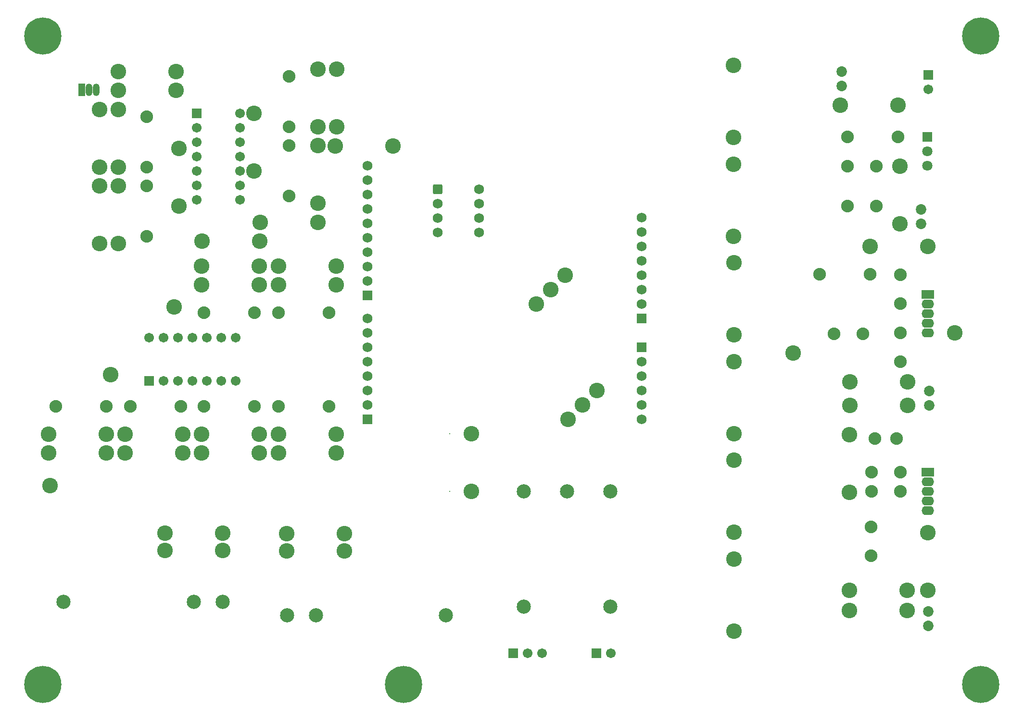
<source format=gts>
%FSAX24Y24*%
%MOIN*%
G70*
G01*
G75*
G04 Layer_Color=8388736*
%ADD10C,0.0350*%
%ADD11C,0.0600*%
%ADD12C,0.0500*%
%ADD13C,0.1000*%
%ADD14C,0.0800*%
%ADD15R,0.0591X0.0591*%
%ADD16C,0.0591*%
%ADD17R,0.0630X0.0630*%
%ADD18C,0.0630*%
%ADD19O,0.0787X0.0551*%
%ADD20R,0.0787X0.0551*%
%ADD21R,0.0600X0.0600*%
%ADD22C,0.0600*%
G04:AMPARAMS|DCode=23|XSize=60mil|YSize=60mil|CornerRadius=7.5mil|HoleSize=0mil|Usage=FLASHONLY|Rotation=0.000|XOffset=0mil|YOffset=0mil|HoleType=Round|Shape=RoundedRectangle|*
%AMROUNDEDRECTD23*
21,1,0.0600,0.0450,0,0,0.0*
21,1,0.0450,0.0600,0,0,0.0*
1,1,0.0150,0.0225,-0.0225*
1,1,0.0150,-0.0225,-0.0225*
1,1,0.0150,-0.0225,0.0225*
1,1,0.0150,0.0225,0.0225*
%
%ADD23ROUNDEDRECTD23*%
%ADD24C,0.0906*%
%ADD25O,0.0394X0.0787*%
%ADD26R,0.0394X0.0787*%
%ADD27R,0.0591X0.0591*%
%ADD28C,0.0650*%
%ADD29C,0.0591*%
%ADD30R,0.0591X0.0591*%
%ADD31R,0.0591X0.0591*%
%ADD32C,0.2500*%
%ADD33C,0.0450*%
%ADD34C,0.0800*%
%ADD35C,0.0100*%
%ADD36C,0.0098*%
%ADD37C,0.0050*%
%ADD38C,0.0079*%
%ADD39C,0.0040*%
%ADD40C,0.0060*%
%ADD41C,0.1080*%
%ADD42C,0.0880*%
%ADD43R,0.0671X0.0671*%
%ADD44C,0.0671*%
%ADD45R,0.0710X0.0710*%
%ADD46C,0.0710*%
%ADD47O,0.0867X0.0631*%
%ADD48R,0.0867X0.0631*%
%ADD49R,0.0680X0.0680*%
%ADD50C,0.0680*%
G04:AMPARAMS|DCode=51|XSize=68mil|YSize=68mil|CornerRadius=11.5mil|HoleSize=0mil|Usage=FLASHONLY|Rotation=0.000|XOffset=0mil|YOffset=0mil|HoleType=Round|Shape=RoundedRectangle|*
%AMROUNDEDRECTD51*
21,1,0.0680,0.0450,0,0,0.0*
21,1,0.0450,0.0680,0,0,0.0*
1,1,0.0230,0.0225,-0.0225*
1,1,0.0230,-0.0225,-0.0225*
1,1,0.0230,-0.0225,0.0225*
1,1,0.0230,0.0225,0.0225*
%
%ADD51ROUNDEDRECTD51*%
%ADD52C,0.0986*%
%ADD53O,0.0474X0.0867*%
%ADD54R,0.0474X0.0867*%
%ADD55R,0.0671X0.0671*%
%ADD56C,0.0730*%
%ADD57C,0.0080*%
%ADD58C,0.0671*%
%ADD59R,0.0671X0.0671*%
%ADD60R,0.0671X0.0671*%
%ADD61C,0.2580*%
D41*
X051060Y059390D02*
D03*
Y055390D02*
D03*
X047060Y054050D02*
D03*
X051060D02*
D03*
X056270Y059350D02*
D03*
X052270D02*
D03*
X046620Y057630D02*
D03*
Y061630D02*
D03*
X052360Y064690D02*
D03*
Y060690D02*
D03*
X043030Y052760D02*
D03*
X047030D02*
D03*
X051060Y060690D02*
D03*
Y064690D02*
D03*
X047003Y049730D02*
D03*
X043003D02*
D03*
Y051030D02*
D03*
X047003D02*
D03*
Y039350D02*
D03*
X043003D02*
D03*
Y038050D02*
D03*
X047003D02*
D03*
X048310Y051030D02*
D03*
X052310D02*
D03*
X048310Y038050D02*
D03*
X052310D02*
D03*
Y049730D02*
D03*
X048310D02*
D03*
X052310Y039350D02*
D03*
X048310D02*
D03*
X037697D02*
D03*
X041697D02*
D03*
Y038050D02*
D03*
X037697D02*
D03*
X036390D02*
D03*
X032390D02*
D03*
Y039350D02*
D03*
X036390D02*
D03*
X037210Y061890D02*
D03*
Y057890D02*
D03*
Y063230D02*
D03*
X041210D02*
D03*
X035910Y057890D02*
D03*
Y061890D02*
D03*
X041420Y055190D02*
D03*
Y059190D02*
D03*
X035910Y056590D02*
D03*
Y052590D02*
D03*
X041210Y064530D02*
D03*
X037210D02*
D03*
Y052590D02*
D03*
Y056590D02*
D03*
X087919Y042990D02*
D03*
X091919D02*
D03*
X087889Y028530D02*
D03*
X091889D02*
D03*
X079899Y051250D02*
D03*
Y046250D02*
D03*
X079849Y058100D02*
D03*
Y053100D02*
D03*
Y064950D02*
D03*
Y059950D02*
D03*
X079879Y030700D02*
D03*
Y025700D02*
D03*
Y037550D02*
D03*
Y032550D02*
D03*
Y044400D02*
D03*
Y039400D02*
D03*
X089319Y052400D02*
D03*
X093319D02*
D03*
X087889Y039310D02*
D03*
Y035310D02*
D03*
X093309Y032530D02*
D03*
Y028530D02*
D03*
X044450Y031300D02*
D03*
X040450D02*
D03*
X044450Y032500D02*
D03*
X040450D02*
D03*
X048900Y032470D02*
D03*
X052900D02*
D03*
X048900Y031270D02*
D03*
X052900D02*
D03*
X061700Y035400D02*
D03*
Y039400D02*
D03*
X091259Y062190D02*
D03*
X087259D02*
D03*
X087919Y041350D02*
D03*
X091919D02*
D03*
X091889Y027120D02*
D03*
X087889D02*
D03*
X091399Y057940D02*
D03*
Y053940D02*
D03*
X068200Y050400D02*
D03*
X067200Y049400D02*
D03*
X066200Y048400D02*
D03*
X070400Y042400D02*
D03*
X069400Y041400D02*
D03*
X068400Y040400D02*
D03*
X036700Y043500D02*
D03*
X095200Y046400D02*
D03*
X041100Y048200D02*
D03*
X084000Y045000D02*
D03*
X032500Y035800D02*
D03*
D42*
X049070Y059380D02*
D03*
Y055880D02*
D03*
Y060680D02*
D03*
Y064180D02*
D03*
X043157Y047780D02*
D03*
X046657D02*
D03*
X043157Y041300D02*
D03*
X046657D02*
D03*
X048320Y047780D02*
D03*
X051820D02*
D03*
X048320Y041300D02*
D03*
X051820D02*
D03*
X041543D02*
D03*
X038043D02*
D03*
X036380D02*
D03*
X032880D02*
D03*
X039200Y057900D02*
D03*
Y061400D02*
D03*
Y056600D02*
D03*
Y053100D02*
D03*
X087749Y059990D02*
D03*
X091249D02*
D03*
X089749Y057970D02*
D03*
X087749D02*
D03*
X089749Y055190D02*
D03*
X087749D02*
D03*
X091409Y046390D02*
D03*
Y044390D02*
D03*
X086829Y046320D02*
D03*
X088829D02*
D03*
X085819Y050460D02*
D03*
X089319D02*
D03*
X091409Y048430D02*
D03*
Y050430D02*
D03*
Y036720D02*
D03*
X089409D02*
D03*
X089639Y039060D02*
D03*
X091139D02*
D03*
X089399Y032920D02*
D03*
Y030920D02*
D03*
X089419Y035380D02*
D03*
X091419D02*
D03*
D43*
X093339Y064290D02*
D03*
D44*
Y063290D02*
D03*
X065600Y024150D02*
D03*
X066600D02*
D03*
X071370D02*
D03*
D45*
X093300Y059990D02*
D03*
D46*
Y058990D02*
D03*
Y057990D02*
D03*
D47*
X093319Y046391D02*
D03*
Y047061D02*
D03*
Y047730D02*
D03*
Y048399D02*
D03*
Y034041D02*
D03*
Y034711D02*
D03*
Y035380D02*
D03*
Y036049D02*
D03*
D48*
Y049069D02*
D03*
Y036719D02*
D03*
D49*
X073500Y045400D02*
D03*
X054500Y040400D02*
D03*
X073500Y047400D02*
D03*
X054500Y049000D02*
D03*
D50*
X073500Y044400D02*
D03*
Y043400D02*
D03*
Y042400D02*
D03*
Y041400D02*
D03*
Y040400D02*
D03*
X054500Y043400D02*
D03*
Y044400D02*
D03*
Y045400D02*
D03*
Y046400D02*
D03*
Y047400D02*
D03*
Y041400D02*
D03*
Y042400D02*
D03*
X073500Y050400D02*
D03*
Y051400D02*
D03*
Y052400D02*
D03*
Y053400D02*
D03*
Y054400D02*
D03*
Y048400D02*
D03*
Y049400D02*
D03*
X059340Y055340D02*
D03*
Y054340D02*
D03*
Y053340D02*
D03*
X062220D02*
D03*
Y054340D02*
D03*
Y055340D02*
D03*
Y056340D02*
D03*
X054500Y050000D02*
D03*
Y051000D02*
D03*
Y052000D02*
D03*
Y053000D02*
D03*
Y054000D02*
D03*
Y055000D02*
D03*
Y056000D02*
D03*
Y057000D02*
D03*
Y058000D02*
D03*
D51*
X059340Y056340D02*
D03*
D52*
X033436Y027720D02*
D03*
X042452D02*
D03*
X044460D02*
D03*
X059934Y026780D02*
D03*
X050918D02*
D03*
X048910D02*
D03*
X068330Y035400D02*
D03*
X065330D02*
D03*
X071330D02*
D03*
Y027400D02*
D03*
X065330D02*
D03*
D53*
X035700Y063250D02*
D03*
X035200D02*
D03*
D54*
X034700D02*
D03*
D55*
X064600Y024150D02*
D03*
X070370D02*
D03*
D56*
X087359Y063530D02*
D03*
Y064530D02*
D03*
X093409Y041360D02*
D03*
Y042360D02*
D03*
X093369Y027050D02*
D03*
Y026050D02*
D03*
X092859Y053940D02*
D03*
Y054940D02*
D03*
D57*
X060200Y039400D02*
D03*
Y035400D02*
D03*
D58*
X045340Y046040D02*
D03*
X044340D02*
D03*
X043340D02*
D03*
X042340D02*
D03*
X041340D02*
D03*
X040340D02*
D03*
X039340D02*
D03*
X045340Y043040D02*
D03*
X044340D02*
D03*
X043340D02*
D03*
X042340D02*
D03*
X041340D02*
D03*
X040340D02*
D03*
X045640Y055630D02*
D03*
Y056630D02*
D03*
Y057630D02*
D03*
Y058630D02*
D03*
Y059630D02*
D03*
Y060630D02*
D03*
Y061630D02*
D03*
X042640Y055630D02*
D03*
Y056630D02*
D03*
Y057630D02*
D03*
Y058630D02*
D03*
Y059630D02*
D03*
Y060630D02*
D03*
D59*
X039340Y043040D02*
D03*
D60*
X042640Y061630D02*
D03*
D61*
X032000Y067000D02*
D03*
Y022000D02*
D03*
X097000Y067000D02*
D03*
Y022000D02*
D03*
X057000D02*
D03*
M02*

</source>
